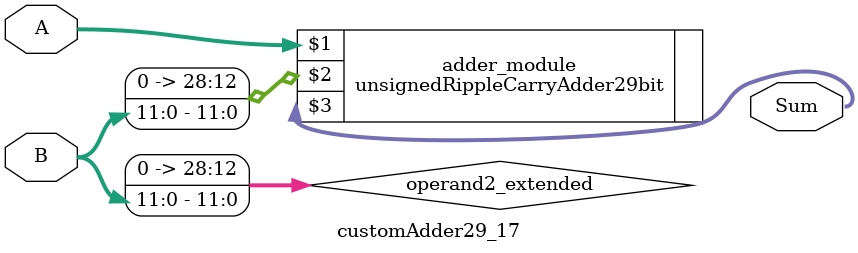
<source format=v>

module customAdder29_17(
                    input [28 : 0] A,
                    input [11 : 0] B,
                    
                    output [29 : 0] Sum
            );

    wire [28 : 0] operand2_extended;
    
    assign operand2_extended =  {17'b0, B};
    
    unsignedRippleCarryAdder29bit adder_module(
        A,
        operand2_extended,
        Sum
    );
    
endmodule
        
</source>
